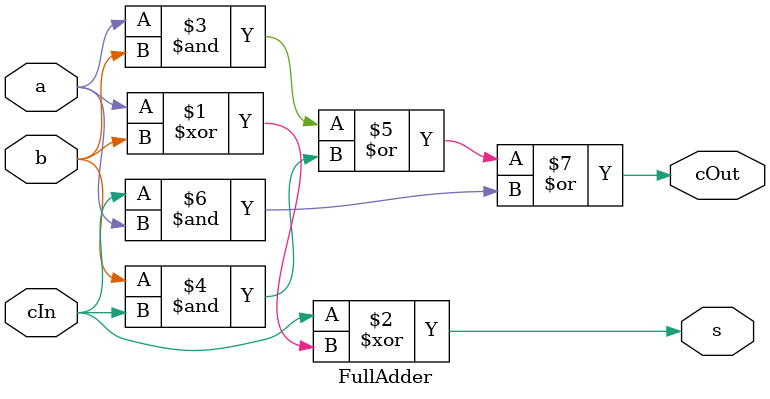
<source format=v>
`timescale 1ns / 1ps
module FullAdder(s,cOut,cIn,a,b);
	input a, b, cIn; 
	output s, cOut;
	//Full Adder as a combinational circuit
	assign s = cIn ^ (a ^ b);
   assign cOut = (a & b) | (b & cIn) | (cIn & a);
endmodule

</source>
